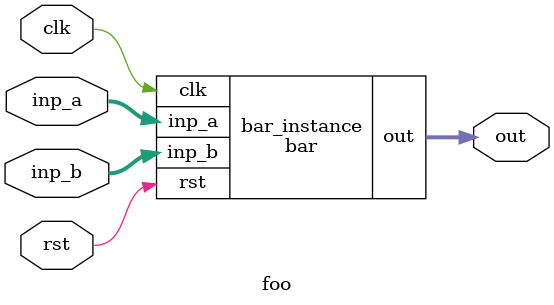
<source format=v>
module bar(clk, rst, inp_a, inp_b, out);
  input  wire clk;
  input  wire rst;
  input  wire [7:0] inp_a;
  input  wire [7:0] inp_b;
  output reg  [7:0] out;

  always @(posedge clk)
    if (rst) out <= 0;
    else     out <= inp_a + (* ripple_adder *) inp_b;

endmodule

module foo(clk, rst, inp_a, inp_b, out);
  input  wire clk;
  input  wire rst;
  input  wire [7:0] inp_a;
  input  wire [7:0] inp_b;
  output wire [7:0] out;

  bar bar_instance (clk, rst, inp_a, inp_b, out);

  initial begin
    $display("PASSED");
  end

endmodule


</source>
